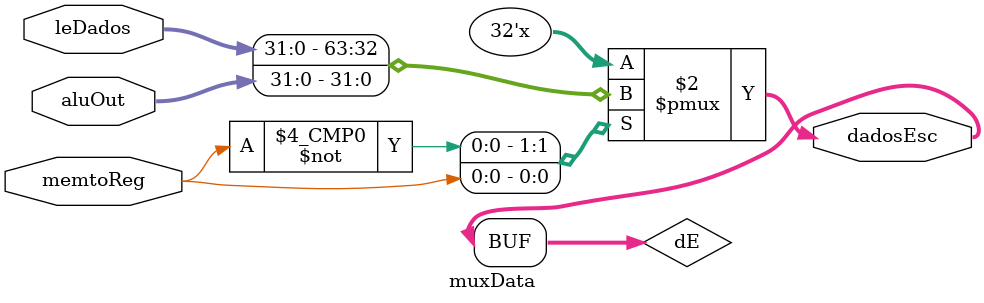
<source format=v>
module muxData (input wire [31:0] leDados, input wire [31:0] aluOut, input wire memtoReg, output wire [31:0] dadosEsc);
	
	reg [31:0] dE;
	
	always @(memtoReg or leDados or aluOut)
	begin
		case(memtoReg)
			0: dE <= leDados;
			1: dE <= aluOut;
			default: dE <= 0;
		endcase
	end
	
	assign dadosEsc = dE;

endmodule

//modulo q define qual valor é passado para o banco de registradores
</source>
